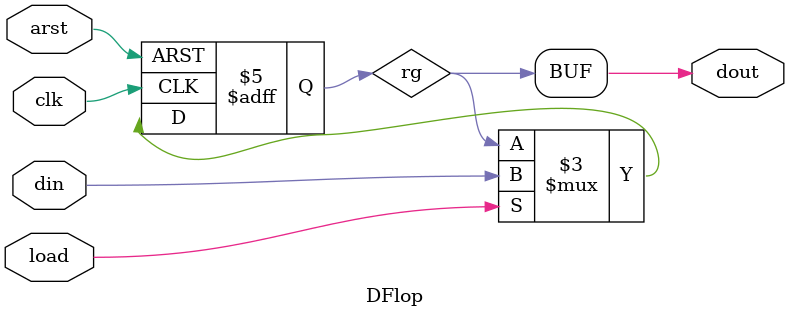
<source format=v>
/*--  *******************************************************
--  Computer Architecture Course, Laboratory Sources 
--  Amirkabir University of Technology (Tehran Polytechnic)
--  Department of Computer Engineering (CE-AUT)
--  https://ce[dot]aut[dot]ac[dot]ir
--  *******************************************************
--  All Rights reserved (C) 2019-2020
--  *******************************************************
--  Student ID  : 
--  Student Name: 
--  Student Mail: 
--  *******************************************************
--  Additional Comments:
--
--*/

/*-----------------------------------------------------------
---  Module Name: Light Dance
---  Description: Module5:
-----------------------------------------------------------*/
`timescale 1 ns/1 ns

module DFlop (
	input  arst  , // async reset
	input  clk   , // clock posedge
	input  din   , // data  in
	input  load  , // data  load (enable)
	output dout    // data  out
);

	/* write your code here */
	reg rg;
	assign dout = rg;
	always@(posedge clk or posedge arst)
	begin
		if(arst)
		begin
			rg <= 1'b0;
		end
		else
			if(load == 1'b1)
			begin
				rg <= din;
			end
	end
	/* write your code here */

endmodule

</source>
